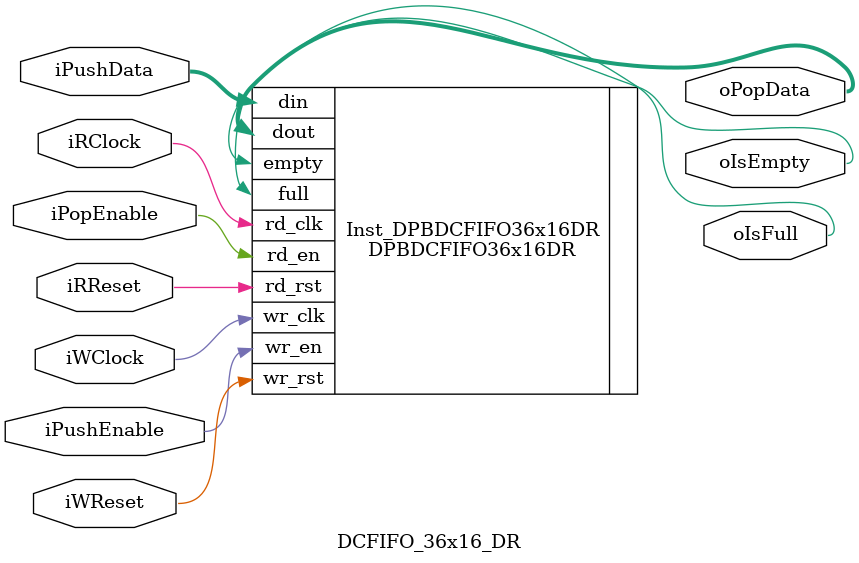
<source format=v>


//////////////////////////////////////////////////////////////////////////////////
// Revision History:
//
// * v1.0.0
//   - first draft 
//////////////////////////////////////////////////////////////////////////////////
`timescale 1ns / 1ps

module DCFIFO_36x16_DR
(
    input           iWClock         ,
    input           iWReset         ,

    input   [35:0]  iPushData       ,
    input           iPushEnable     ,
    output          oIsFull         ,
    
    input           iRClock         ,
    input           iRReset         ,
    
    output  [35:0]  oPopData        ,
    input           iPopEnable      ,
    output          oIsEmpty
);

    DPBDCFIFO36x16DR
    Inst_DPBDCFIFO36x16DR
    (
        .wr_clk         (iWClock        ),
        .wr_rst         (iWReset        ),
        .din            (iPushData      ),
        .wr_en          (iPushEnable    ),
        .full           (oIsFull        ),
        .rd_clk         (iRClock        ),
        .rd_rst         (iRReset        ),
        .dout           (oPopData       ),
        .rd_en          (iPopEnable     ),
        .empty          (oIsEmpty       )
    );

endmodule

</source>
